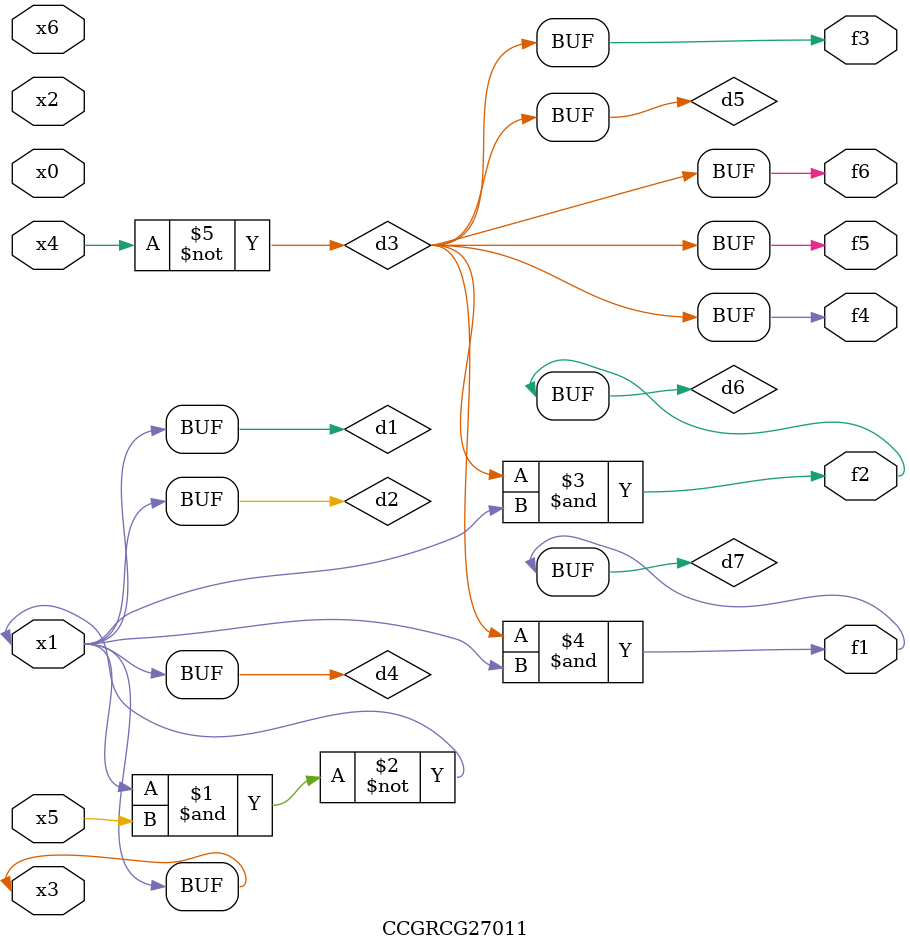
<source format=v>
module CCGRCG27011(
	input x0, x1, x2, x3, x4, x5, x6,
	output f1, f2, f3, f4, f5, f6
);

	wire d1, d2, d3, d4, d5, d6, d7;

	buf (d1, x1, x3);
	nand (d2, x1, x5);
	not (d3, x4);
	buf (d4, d1, d2);
	buf (d5, d3);
	and (d6, d3, d4);
	and (d7, d3, d4);
	assign f1 = d7;
	assign f2 = d6;
	assign f3 = d5;
	assign f4 = d5;
	assign f5 = d5;
	assign f6 = d5;
endmodule

</source>
